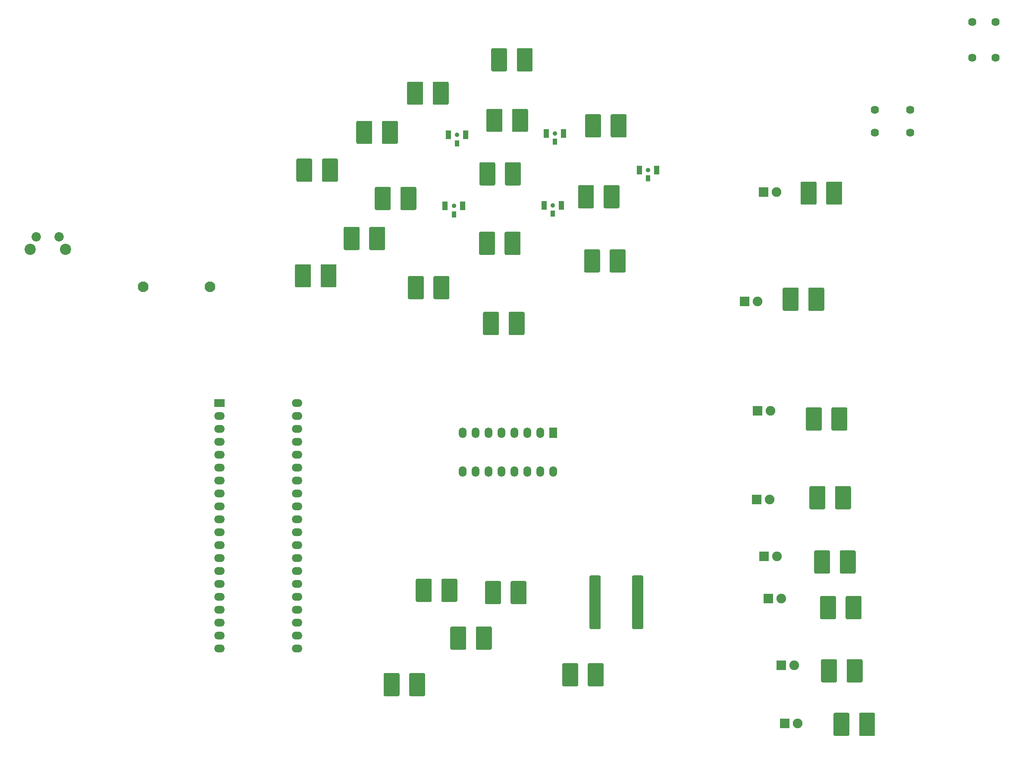
<source format=gbr>
%TF.GenerationSoftware,KiCad,Pcbnew,5.1.6-c6e7f7d~87~ubuntu18.04.1*%
%TF.CreationDate,2020-08-21T18:13:35-04:00*%
%TF.ProjectId,tutorial2,7475746f-7269-4616-9c32-2e6b69636164,rev?*%
%TF.SameCoordinates,Original*%
%TF.FileFunction,Soldermask,Top*%
%TF.FilePolarity,Negative*%
%FSLAX46Y46*%
G04 Gerber Fmt 4.6, Leading zero omitted, Abs format (unit mm)*
G04 Created by KiCad (PCBNEW 5.1.6-c6e7f7d~87~ubuntu18.04.1) date 2020-08-21 18:13:35*
%MOMM*%
%LPD*%
G01*
G04 APERTURE LIST*
%ADD10C,2.100000*%
%ADD11R,1.900000X1.900000*%
%ADD12C,1.900000*%
%ADD13R,1.000000X1.800000*%
%ADD14C,0.900000*%
%ADD15R,0.900000X1.200000*%
%ADD16C,1.624000*%
%ADD17R,1.540000X2.100000*%
%ADD18O,1.540000X2.100000*%
%ADD19R,2.100000X1.540000*%
%ADD20O,2.100000X1.540000*%
%ADD21C,2.200000*%
%ADD22C,1.850000*%
G04 APERTURE END LIST*
D10*
%TO.C,J1*%
X60415000Y-69425000D03*
X73535000Y-69425000D03*
%TD*%
D11*
%TO.C,D1*%
X182260000Y-50875000D03*
D12*
X184800000Y-50875000D03*
%TD*%
%TO.C,D2*%
X181065000Y-72350000D03*
D11*
X178525000Y-72350000D03*
%TD*%
D12*
%TO.C,D3*%
X183640000Y-93825000D03*
D11*
X181100000Y-93825000D03*
%TD*%
%TO.C,D4*%
X180910000Y-111300000D03*
D12*
X183450000Y-111300000D03*
%TD*%
%TO.C,D5*%
X184940000Y-122475000D03*
D11*
X182400000Y-122475000D03*
%TD*%
D12*
%TO.C,D6*%
X185765000Y-130800000D03*
D11*
X183225000Y-130800000D03*
%TD*%
%TO.C,D7*%
X185750000Y-143850000D03*
D12*
X188290000Y-143850000D03*
%TD*%
D11*
%TO.C,D8*%
X186450000Y-155275000D03*
D12*
X188990000Y-155275000D03*
%TD*%
D13*
%TO.C,Q1*%
X120400000Y-39605000D03*
X123800000Y-39605000D03*
D14*
X122100000Y-39605000D03*
D15*
X122100000Y-41245000D03*
%TD*%
%TO.C,Q2*%
X121450000Y-55220000D03*
D14*
X121450000Y-53580000D03*
D13*
X123150000Y-53580000D03*
X119750000Y-53580000D03*
%TD*%
%TO.C,Q3*%
X139600000Y-39330000D03*
X143000000Y-39330000D03*
D14*
X141300000Y-39330000D03*
D15*
X141300000Y-40970000D03*
%TD*%
%TO.C,Q4*%
X140900000Y-55095000D03*
D14*
X140900000Y-53455000D03*
D13*
X142600000Y-53455000D03*
X139200000Y-53455000D03*
%TD*%
%TO.C,Q5*%
X157875000Y-46530000D03*
X161275000Y-46530000D03*
D14*
X159575000Y-46530000D03*
D15*
X159575000Y-48170000D03*
%TD*%
%TO.C,R1*%
G36*
G01*
X90537500Y-48566735D02*
X90537500Y-44533265D01*
G75*
G02*
X90795765Y-44275000I258265J0D01*
G01*
X93404235Y-44275000D01*
G75*
G02*
X93662500Y-44533265I0J-258265D01*
G01*
X93662500Y-48566735D01*
G75*
G02*
X93404235Y-48825000I-258265J0D01*
G01*
X90795765Y-48825000D01*
G75*
G02*
X90537500Y-48566735I0J258265D01*
G01*
G37*
G36*
G01*
X95562500Y-48566735D02*
X95562500Y-44533265D01*
G75*
G02*
X95820765Y-44275000I258265J0D01*
G01*
X98429235Y-44275000D01*
G75*
G02*
X98687500Y-44533265I0J-258265D01*
G01*
X98687500Y-48566735D01*
G75*
G02*
X98429235Y-48825000I-258265J0D01*
G01*
X95820765Y-48825000D01*
G75*
G02*
X95562500Y-48566735I0J258265D01*
G01*
G37*
%TD*%
%TO.C,R2*%
G36*
G01*
X95287500Y-69316735D02*
X95287500Y-65283265D01*
G75*
G02*
X95545765Y-65025000I258265J0D01*
G01*
X98154235Y-65025000D01*
G75*
G02*
X98412500Y-65283265I0J-258265D01*
G01*
X98412500Y-69316735D01*
G75*
G02*
X98154235Y-69575000I-258265J0D01*
G01*
X95545765Y-69575000D01*
G75*
G02*
X95287500Y-69316735I0J258265D01*
G01*
G37*
G36*
G01*
X90262500Y-69316735D02*
X90262500Y-65283265D01*
G75*
G02*
X90520765Y-65025000I258265J0D01*
G01*
X93129235Y-65025000D01*
G75*
G02*
X93387500Y-65283265I0J-258265D01*
G01*
X93387500Y-69316735D01*
G75*
G02*
X93129235Y-69575000I-258265J0D01*
G01*
X90520765Y-69575000D01*
G75*
G02*
X90262500Y-69316735I0J258265D01*
G01*
G37*
%TD*%
%TO.C,R3*%
G36*
G01*
X107338000Y-41116735D02*
X107338000Y-37083265D01*
G75*
G02*
X107596265Y-36825000I258265J0D01*
G01*
X110204735Y-36825000D01*
G75*
G02*
X110463000Y-37083265I0J-258265D01*
G01*
X110463000Y-41116735D01*
G75*
G02*
X110204735Y-41375000I-258265J0D01*
G01*
X107596265Y-41375000D01*
G75*
G02*
X107338000Y-41116735I0J258265D01*
G01*
G37*
G36*
G01*
X102313000Y-41116735D02*
X102313000Y-37083265D01*
G75*
G02*
X102571265Y-36825000I258265J0D01*
G01*
X105179735Y-36825000D01*
G75*
G02*
X105438000Y-37083265I0J-258265D01*
G01*
X105438000Y-41116735D01*
G75*
G02*
X105179735Y-41375000I-258265J0D01*
G01*
X102571265Y-41375000D01*
G75*
G02*
X102313000Y-41116735I0J258265D01*
G01*
G37*
%TD*%
%TO.C,R4*%
G36*
G01*
X112287000Y-33416735D02*
X112287000Y-29383265D01*
G75*
G02*
X112545265Y-29125000I258265J0D01*
G01*
X115153735Y-29125000D01*
G75*
G02*
X115412000Y-29383265I0J-258265D01*
G01*
X115412000Y-33416735D01*
G75*
G02*
X115153735Y-33675000I-258265J0D01*
G01*
X112545265Y-33675000D01*
G75*
G02*
X112287000Y-33416735I0J258265D01*
G01*
G37*
G36*
G01*
X117312000Y-33416735D02*
X117312000Y-29383265D01*
G75*
G02*
X117570265Y-29125000I258265J0D01*
G01*
X120178735Y-29125000D01*
G75*
G02*
X120437000Y-29383265I0J-258265D01*
G01*
X120437000Y-33416735D01*
G75*
G02*
X120178735Y-33675000I-258265J0D01*
G01*
X117570265Y-33675000D01*
G75*
G02*
X117312000Y-33416735I0J258265D01*
G01*
G37*
%TD*%
%TO.C,R5*%
G36*
G01*
X99825000Y-61966735D02*
X99825000Y-57933265D01*
G75*
G02*
X100083265Y-57675000I258265J0D01*
G01*
X102691735Y-57675000D01*
G75*
G02*
X102950000Y-57933265I0J-258265D01*
G01*
X102950000Y-61966735D01*
G75*
G02*
X102691735Y-62225000I-258265J0D01*
G01*
X100083265Y-62225000D01*
G75*
G02*
X99825000Y-61966735I0J258265D01*
G01*
G37*
G36*
G01*
X104850000Y-61966735D02*
X104850000Y-57933265D01*
G75*
G02*
X105108265Y-57675000I258265J0D01*
G01*
X107716735Y-57675000D01*
G75*
G02*
X107975000Y-57933265I0J-258265D01*
G01*
X107975000Y-61966735D01*
G75*
G02*
X107716735Y-62225000I-258265J0D01*
G01*
X105108265Y-62225000D01*
G75*
G02*
X104850000Y-61966735I0J258265D01*
G01*
G37*
%TD*%
%TO.C,R6*%
G36*
G01*
X110962000Y-54116735D02*
X110962000Y-50083265D01*
G75*
G02*
X111220265Y-49825000I258265J0D01*
G01*
X113828735Y-49825000D01*
G75*
G02*
X114087000Y-50083265I0J-258265D01*
G01*
X114087000Y-54116735D01*
G75*
G02*
X113828735Y-54375000I-258265J0D01*
G01*
X111220265Y-54375000D01*
G75*
G02*
X110962000Y-54116735I0J258265D01*
G01*
G37*
G36*
G01*
X105937000Y-54116735D02*
X105937000Y-50083265D01*
G75*
G02*
X106195265Y-49825000I258265J0D01*
G01*
X108803735Y-49825000D01*
G75*
G02*
X109062000Y-50083265I0J-258265D01*
G01*
X109062000Y-54116735D01*
G75*
G02*
X108803735Y-54375000I-258265J0D01*
G01*
X106195265Y-54375000D01*
G75*
G02*
X105937000Y-54116735I0J258265D01*
G01*
G37*
%TD*%
%TO.C,R7*%
G36*
G01*
X127863000Y-38766735D02*
X127863000Y-34733265D01*
G75*
G02*
X128121265Y-34475000I258265J0D01*
G01*
X130729735Y-34475000D01*
G75*
G02*
X130988000Y-34733265I0J-258265D01*
G01*
X130988000Y-38766735D01*
G75*
G02*
X130729735Y-39025000I-258265J0D01*
G01*
X128121265Y-39025000D01*
G75*
G02*
X127863000Y-38766735I0J258265D01*
G01*
G37*
G36*
G01*
X132888000Y-38766735D02*
X132888000Y-34733265D01*
G75*
G02*
X133146265Y-34475000I258265J0D01*
G01*
X135754735Y-34475000D01*
G75*
G02*
X136013000Y-34733265I0J-258265D01*
G01*
X136013000Y-38766735D01*
G75*
G02*
X135754735Y-39025000I-258265J0D01*
G01*
X133146265Y-39025000D01*
G75*
G02*
X132888000Y-38766735I0J258265D01*
G01*
G37*
%TD*%
%TO.C,R8*%
G36*
G01*
X131488000Y-49266735D02*
X131488000Y-45233265D01*
G75*
G02*
X131746265Y-44975000I258265J0D01*
G01*
X134354735Y-44975000D01*
G75*
G02*
X134613000Y-45233265I0J-258265D01*
G01*
X134613000Y-49266735D01*
G75*
G02*
X134354735Y-49525000I-258265J0D01*
G01*
X131746265Y-49525000D01*
G75*
G02*
X131488000Y-49266735I0J258265D01*
G01*
G37*
G36*
G01*
X126463000Y-49266735D02*
X126463000Y-45233265D01*
G75*
G02*
X126721265Y-44975000I258265J0D01*
G01*
X129329735Y-44975000D01*
G75*
G02*
X129588000Y-45233265I0J-258265D01*
G01*
X129588000Y-49266735D01*
G75*
G02*
X129329735Y-49525000I-258265J0D01*
G01*
X126721265Y-49525000D01*
G75*
G02*
X126463000Y-49266735I0J258265D01*
G01*
G37*
%TD*%
%TO.C,R9*%
G36*
G01*
X133812000Y-26841735D02*
X133812000Y-22808265D01*
G75*
G02*
X134070265Y-22550000I258265J0D01*
G01*
X136678735Y-22550000D01*
G75*
G02*
X136937000Y-22808265I0J-258265D01*
G01*
X136937000Y-26841735D01*
G75*
G02*
X136678735Y-27100000I-258265J0D01*
G01*
X134070265Y-27100000D01*
G75*
G02*
X133812000Y-26841735I0J258265D01*
G01*
G37*
G36*
G01*
X128787000Y-26841735D02*
X128787000Y-22808265D01*
G75*
G02*
X129045265Y-22550000I258265J0D01*
G01*
X131653735Y-22550000D01*
G75*
G02*
X131912000Y-22808265I0J-258265D01*
G01*
X131912000Y-26841735D01*
G75*
G02*
X131653735Y-27100000I-258265J0D01*
G01*
X129045265Y-27100000D01*
G75*
G02*
X128787000Y-26841735I0J258265D01*
G01*
G37*
%TD*%
%TO.C,R10*%
G36*
G01*
X117462000Y-71641735D02*
X117462000Y-67608265D01*
G75*
G02*
X117720265Y-67350000I258265J0D01*
G01*
X120328735Y-67350000D01*
G75*
G02*
X120587000Y-67608265I0J-258265D01*
G01*
X120587000Y-71641735D01*
G75*
G02*
X120328735Y-71900000I-258265J0D01*
G01*
X117720265Y-71900000D01*
G75*
G02*
X117462000Y-71641735I0J258265D01*
G01*
G37*
G36*
G01*
X112437000Y-71641735D02*
X112437000Y-67608265D01*
G75*
G02*
X112695265Y-67350000I258265J0D01*
G01*
X115303735Y-67350000D01*
G75*
G02*
X115562000Y-67608265I0J-258265D01*
G01*
X115562000Y-71641735D01*
G75*
G02*
X115303735Y-71900000I-258265J0D01*
G01*
X112695265Y-71900000D01*
G75*
G02*
X112437000Y-71641735I0J258265D01*
G01*
G37*
%TD*%
%TO.C,R11*%
G36*
G01*
X127187000Y-78691735D02*
X127187000Y-74658265D01*
G75*
G02*
X127445265Y-74400000I258265J0D01*
G01*
X130053735Y-74400000D01*
G75*
G02*
X130312000Y-74658265I0J-258265D01*
G01*
X130312000Y-78691735D01*
G75*
G02*
X130053735Y-78950000I-258265J0D01*
G01*
X127445265Y-78950000D01*
G75*
G02*
X127187000Y-78691735I0J258265D01*
G01*
G37*
G36*
G01*
X132212000Y-78691735D02*
X132212000Y-74658265D01*
G75*
G02*
X132470265Y-74400000I258265J0D01*
G01*
X135078735Y-74400000D01*
G75*
G02*
X135337000Y-74658265I0J-258265D01*
G01*
X135337000Y-78691735D01*
G75*
G02*
X135078735Y-78950000I-258265J0D01*
G01*
X132470265Y-78950000D01*
G75*
G02*
X132212000Y-78691735I0J258265D01*
G01*
G37*
%TD*%
%TO.C,R12*%
G36*
G01*
X126413000Y-62941735D02*
X126413000Y-58908265D01*
G75*
G02*
X126671265Y-58650000I258265J0D01*
G01*
X129279735Y-58650000D01*
G75*
G02*
X129538000Y-58908265I0J-258265D01*
G01*
X129538000Y-62941735D01*
G75*
G02*
X129279735Y-63200000I-258265J0D01*
G01*
X126671265Y-63200000D01*
G75*
G02*
X126413000Y-62941735I0J258265D01*
G01*
G37*
G36*
G01*
X131438000Y-62941735D02*
X131438000Y-58908265D01*
G75*
G02*
X131696265Y-58650000I258265J0D01*
G01*
X134304735Y-58650000D01*
G75*
G02*
X134563000Y-58908265I0J-258265D01*
G01*
X134563000Y-62941735D01*
G75*
G02*
X134304735Y-63200000I-258265J0D01*
G01*
X131696265Y-63200000D01*
G75*
G02*
X131438000Y-62941735I0J258265D01*
G01*
G37*
%TD*%
%TO.C,R13*%
G36*
G01*
X194588000Y-53066735D02*
X194588000Y-49033265D01*
G75*
G02*
X194846265Y-48775000I258265J0D01*
G01*
X197454735Y-48775000D01*
G75*
G02*
X197713000Y-49033265I0J-258265D01*
G01*
X197713000Y-53066735D01*
G75*
G02*
X197454735Y-53325000I-258265J0D01*
G01*
X194846265Y-53325000D01*
G75*
G02*
X194588000Y-53066735I0J258265D01*
G01*
G37*
G36*
G01*
X189563000Y-53066735D02*
X189563000Y-49033265D01*
G75*
G02*
X189821265Y-48775000I258265J0D01*
G01*
X192429735Y-48775000D01*
G75*
G02*
X192688000Y-49033265I0J-258265D01*
G01*
X192688000Y-53066735D01*
G75*
G02*
X192429735Y-53325000I-258265J0D01*
G01*
X189821265Y-53325000D01*
G75*
G02*
X189563000Y-53066735I0J258265D01*
G01*
G37*
%TD*%
%TO.C,R14*%
G36*
G01*
X186037000Y-73916735D02*
X186037000Y-69883265D01*
G75*
G02*
X186295265Y-69625000I258265J0D01*
G01*
X188903735Y-69625000D01*
G75*
G02*
X189162000Y-69883265I0J-258265D01*
G01*
X189162000Y-73916735D01*
G75*
G02*
X188903735Y-74175000I-258265J0D01*
G01*
X186295265Y-74175000D01*
G75*
G02*
X186037000Y-73916735I0J258265D01*
G01*
G37*
G36*
G01*
X191062000Y-73916735D02*
X191062000Y-69883265D01*
G75*
G02*
X191320265Y-69625000I258265J0D01*
G01*
X193928735Y-69625000D01*
G75*
G02*
X194187000Y-69883265I0J-258265D01*
G01*
X194187000Y-73916735D01*
G75*
G02*
X193928735Y-74175000I-258265J0D01*
G01*
X191320265Y-74175000D01*
G75*
G02*
X191062000Y-73916735I0J258265D01*
G01*
G37*
%TD*%
%TO.C,R15*%
G36*
G01*
X195612000Y-97466735D02*
X195612000Y-93433265D01*
G75*
G02*
X195870265Y-93175000I258265J0D01*
G01*
X198478735Y-93175000D01*
G75*
G02*
X198737000Y-93433265I0J-258265D01*
G01*
X198737000Y-97466735D01*
G75*
G02*
X198478735Y-97725000I-258265J0D01*
G01*
X195870265Y-97725000D01*
G75*
G02*
X195612000Y-97466735I0J258265D01*
G01*
G37*
G36*
G01*
X190587000Y-97466735D02*
X190587000Y-93433265D01*
G75*
G02*
X190845265Y-93175000I258265J0D01*
G01*
X193453735Y-93175000D01*
G75*
G02*
X193712000Y-93433265I0J-258265D01*
G01*
X193712000Y-97466735D01*
G75*
G02*
X193453735Y-97725000I-258265J0D01*
G01*
X190845265Y-97725000D01*
G75*
G02*
X190587000Y-97466735I0J258265D01*
G01*
G37*
%TD*%
%TO.C,R16*%
G36*
G01*
X191287000Y-112941735D02*
X191287000Y-108908265D01*
G75*
G02*
X191545265Y-108650000I258265J0D01*
G01*
X194153735Y-108650000D01*
G75*
G02*
X194412000Y-108908265I0J-258265D01*
G01*
X194412000Y-112941735D01*
G75*
G02*
X194153735Y-113200000I-258265J0D01*
G01*
X191545265Y-113200000D01*
G75*
G02*
X191287000Y-112941735I0J258265D01*
G01*
G37*
G36*
G01*
X196312000Y-112941735D02*
X196312000Y-108908265D01*
G75*
G02*
X196570265Y-108650000I258265J0D01*
G01*
X199178735Y-108650000D01*
G75*
G02*
X199437000Y-108908265I0J-258265D01*
G01*
X199437000Y-112941735D01*
G75*
G02*
X199178735Y-113200000I-258265J0D01*
G01*
X196570265Y-113200000D01*
G75*
G02*
X196312000Y-112941735I0J258265D01*
G01*
G37*
%TD*%
%TO.C,R17*%
G36*
G01*
X197238000Y-125591735D02*
X197238000Y-121558265D01*
G75*
G02*
X197496265Y-121300000I258265J0D01*
G01*
X200104735Y-121300000D01*
G75*
G02*
X200363000Y-121558265I0J-258265D01*
G01*
X200363000Y-125591735D01*
G75*
G02*
X200104735Y-125850000I-258265J0D01*
G01*
X197496265Y-125850000D01*
G75*
G02*
X197238000Y-125591735I0J258265D01*
G01*
G37*
G36*
G01*
X192213000Y-125591735D02*
X192213000Y-121558265D01*
G75*
G02*
X192471265Y-121300000I258265J0D01*
G01*
X195079735Y-121300000D01*
G75*
G02*
X195338000Y-121558265I0J-258265D01*
G01*
X195338000Y-125591735D01*
G75*
G02*
X195079735Y-125850000I-258265J0D01*
G01*
X192471265Y-125850000D01*
G75*
G02*
X192213000Y-125591735I0J258265D01*
G01*
G37*
%TD*%
%TO.C,R18*%
G36*
G01*
X193375000Y-134566735D02*
X193375000Y-130533265D01*
G75*
G02*
X193633265Y-130275000I258265J0D01*
G01*
X196241735Y-130275000D01*
G75*
G02*
X196500000Y-130533265I0J-258265D01*
G01*
X196500000Y-134566735D01*
G75*
G02*
X196241735Y-134825000I-258265J0D01*
G01*
X193633265Y-134825000D01*
G75*
G02*
X193375000Y-134566735I0J258265D01*
G01*
G37*
G36*
G01*
X198400000Y-134566735D02*
X198400000Y-130533265D01*
G75*
G02*
X198658265Y-130275000I258265J0D01*
G01*
X201266735Y-130275000D01*
G75*
G02*
X201525000Y-130533265I0J-258265D01*
G01*
X201525000Y-134566735D01*
G75*
G02*
X201266735Y-134825000I-258265J0D01*
G01*
X198658265Y-134825000D01*
G75*
G02*
X198400000Y-134566735I0J258265D01*
G01*
G37*
%TD*%
%TO.C,R19*%
G36*
G01*
X198588000Y-146991735D02*
X198588000Y-142958265D01*
G75*
G02*
X198846265Y-142700000I258265J0D01*
G01*
X201454735Y-142700000D01*
G75*
G02*
X201713000Y-142958265I0J-258265D01*
G01*
X201713000Y-146991735D01*
G75*
G02*
X201454735Y-147250000I-258265J0D01*
G01*
X198846265Y-147250000D01*
G75*
G02*
X198588000Y-146991735I0J258265D01*
G01*
G37*
G36*
G01*
X193563000Y-146991735D02*
X193563000Y-142958265D01*
G75*
G02*
X193821265Y-142700000I258265J0D01*
G01*
X196429735Y-142700000D01*
G75*
G02*
X196688000Y-142958265I0J-258265D01*
G01*
X196688000Y-146991735D01*
G75*
G02*
X196429735Y-147250000I-258265J0D01*
G01*
X193821265Y-147250000D01*
G75*
G02*
X193563000Y-146991735I0J258265D01*
G01*
G37*
%TD*%
%TO.C,R20*%
G36*
G01*
X196013000Y-157516735D02*
X196013000Y-153483265D01*
G75*
G02*
X196271265Y-153225000I258265J0D01*
G01*
X198879735Y-153225000D01*
G75*
G02*
X199138000Y-153483265I0J-258265D01*
G01*
X199138000Y-157516735D01*
G75*
G02*
X198879735Y-157775000I-258265J0D01*
G01*
X196271265Y-157775000D01*
G75*
G02*
X196013000Y-157516735I0J258265D01*
G01*
G37*
G36*
G01*
X201038000Y-157516735D02*
X201038000Y-153483265D01*
G75*
G02*
X201296265Y-153225000I258265J0D01*
G01*
X203904735Y-153225000D01*
G75*
G02*
X204163000Y-153483265I0J-258265D01*
G01*
X204163000Y-157516735D01*
G75*
G02*
X203904735Y-157775000I-258265J0D01*
G01*
X201296265Y-157775000D01*
G75*
G02*
X201038000Y-157516735I0J258265D01*
G01*
G37*
%TD*%
%TO.C,R21*%
G36*
G01*
X145837000Y-53766735D02*
X145837000Y-49733265D01*
G75*
G02*
X146095265Y-49475000I258265J0D01*
G01*
X148703735Y-49475000D01*
G75*
G02*
X148962000Y-49733265I0J-258265D01*
G01*
X148962000Y-53766735D01*
G75*
G02*
X148703735Y-54025000I-258265J0D01*
G01*
X146095265Y-54025000D01*
G75*
G02*
X145837000Y-53766735I0J258265D01*
G01*
G37*
G36*
G01*
X150862000Y-53766735D02*
X150862000Y-49733265D01*
G75*
G02*
X151120265Y-49475000I258265J0D01*
G01*
X153728735Y-49475000D01*
G75*
G02*
X153987000Y-49733265I0J-258265D01*
G01*
X153987000Y-53766735D01*
G75*
G02*
X153728735Y-54025000I-258265J0D01*
G01*
X151120265Y-54025000D01*
G75*
G02*
X150862000Y-53766735I0J258265D01*
G01*
G37*
%TD*%
%TO.C,R22*%
G36*
G01*
X155187000Y-62358265D02*
X155187000Y-66391735D01*
G75*
G02*
X154928735Y-66650000I-258265J0D01*
G01*
X152320265Y-66650000D01*
G75*
G02*
X152062000Y-66391735I0J258265D01*
G01*
X152062000Y-62358265D01*
G75*
G02*
X152320265Y-62100000I258265J0D01*
G01*
X154928735Y-62100000D01*
G75*
G02*
X155187000Y-62358265I0J-258265D01*
G01*
G37*
G36*
G01*
X150162000Y-62358265D02*
X150162000Y-66391735D01*
G75*
G02*
X149903735Y-66650000I-258265J0D01*
G01*
X147295265Y-66650000D01*
G75*
G02*
X147037000Y-66391735I0J258265D01*
G01*
X147037000Y-62358265D01*
G75*
G02*
X147295265Y-62100000I258265J0D01*
G01*
X149903735Y-62100000D01*
G75*
G02*
X150162000Y-62358265I0J-258265D01*
G01*
G37*
%TD*%
%TO.C,R23*%
G36*
G01*
X152262000Y-39841735D02*
X152262000Y-35808265D01*
G75*
G02*
X152520265Y-35550000I258265J0D01*
G01*
X155128735Y-35550000D01*
G75*
G02*
X155387000Y-35808265I0J-258265D01*
G01*
X155387000Y-39841735D01*
G75*
G02*
X155128735Y-40100000I-258265J0D01*
G01*
X152520265Y-40100000D01*
G75*
G02*
X152262000Y-39841735I0J258265D01*
G01*
G37*
G36*
G01*
X147237000Y-39841735D02*
X147237000Y-35808265D01*
G75*
G02*
X147495265Y-35550000I258265J0D01*
G01*
X150103735Y-35550000D01*
G75*
G02*
X150362000Y-35808265I0J-258265D01*
G01*
X150362000Y-39841735D01*
G75*
G02*
X150103735Y-40100000I-258265J0D01*
G01*
X147495265Y-40100000D01*
G75*
G02*
X147237000Y-39841735I0J258265D01*
G01*
G37*
%TD*%
%TO.C,R24*%
G36*
G01*
X107663000Y-149691735D02*
X107663000Y-145658265D01*
G75*
G02*
X107921265Y-145400000I258265J0D01*
G01*
X110529735Y-145400000D01*
G75*
G02*
X110788000Y-145658265I0J-258265D01*
G01*
X110788000Y-149691735D01*
G75*
G02*
X110529735Y-149950000I-258265J0D01*
G01*
X107921265Y-149950000D01*
G75*
G02*
X107663000Y-149691735I0J258265D01*
G01*
G37*
G36*
G01*
X112688000Y-149691735D02*
X112688000Y-145658265D01*
G75*
G02*
X112946265Y-145400000I258265J0D01*
G01*
X115554735Y-145400000D01*
G75*
G02*
X115813000Y-145658265I0J-258265D01*
G01*
X115813000Y-149691735D01*
G75*
G02*
X115554735Y-149950000I-258265J0D01*
G01*
X112946265Y-149950000D01*
G75*
G02*
X112688000Y-149691735I0J258265D01*
G01*
G37*
%TD*%
%TO.C,R25*%
G36*
G01*
X145862000Y-143733265D02*
X145862000Y-147766735D01*
G75*
G02*
X145603735Y-148025000I-258265J0D01*
G01*
X142995265Y-148025000D01*
G75*
G02*
X142737000Y-147766735I0J258265D01*
G01*
X142737000Y-143733265D01*
G75*
G02*
X142995265Y-143475000I258265J0D01*
G01*
X145603735Y-143475000D01*
G75*
G02*
X145862000Y-143733265I0J-258265D01*
G01*
G37*
G36*
G01*
X150887000Y-143733265D02*
X150887000Y-147766735D01*
G75*
G02*
X150628735Y-148025000I-258265J0D01*
G01*
X148020265Y-148025000D01*
G75*
G02*
X147762000Y-147766735I0J258265D01*
G01*
X147762000Y-143733265D01*
G75*
G02*
X148020265Y-143475000I258265J0D01*
G01*
X150628735Y-143475000D01*
G75*
G02*
X150887000Y-143733265I0J-258265D01*
G01*
G37*
%TD*%
%TO.C,R26*%
G36*
G01*
X132612000Y-131616735D02*
X132612000Y-127583265D01*
G75*
G02*
X132870265Y-127325000I258265J0D01*
G01*
X135478735Y-127325000D01*
G75*
G02*
X135737000Y-127583265I0J-258265D01*
G01*
X135737000Y-131616735D01*
G75*
G02*
X135478735Y-131875000I-258265J0D01*
G01*
X132870265Y-131875000D01*
G75*
G02*
X132612000Y-131616735I0J258265D01*
G01*
G37*
G36*
G01*
X127587000Y-131616735D02*
X127587000Y-127583265D01*
G75*
G02*
X127845265Y-127325000I258265J0D01*
G01*
X130453735Y-127325000D01*
G75*
G02*
X130712000Y-127583265I0J-258265D01*
G01*
X130712000Y-131616735D01*
G75*
G02*
X130453735Y-131875000I-258265J0D01*
G01*
X127845265Y-131875000D01*
G75*
G02*
X127587000Y-131616735I0J258265D01*
G01*
G37*
%TD*%
%TO.C,R27*%
G36*
G01*
X113987000Y-131166735D02*
X113987000Y-127133265D01*
G75*
G02*
X114245265Y-126875000I258265J0D01*
G01*
X116853735Y-126875000D01*
G75*
G02*
X117112000Y-127133265I0J-258265D01*
G01*
X117112000Y-131166735D01*
G75*
G02*
X116853735Y-131425000I-258265J0D01*
G01*
X114245265Y-131425000D01*
G75*
G02*
X113987000Y-131166735I0J258265D01*
G01*
G37*
G36*
G01*
X119012000Y-131166735D02*
X119012000Y-127133265D01*
G75*
G02*
X119270265Y-126875000I258265J0D01*
G01*
X121878735Y-126875000D01*
G75*
G02*
X122137000Y-127133265I0J-258265D01*
G01*
X122137000Y-131166735D01*
G75*
G02*
X121878735Y-131425000I-258265J0D01*
G01*
X119270265Y-131425000D01*
G75*
G02*
X119012000Y-131166735I0J258265D01*
G01*
G37*
%TD*%
%TO.C,R28*%
G36*
G01*
X123888000Y-136533265D02*
X123888000Y-140566735D01*
G75*
G02*
X123629735Y-140825000I-258265J0D01*
G01*
X121021265Y-140825000D01*
G75*
G02*
X120763000Y-140566735I0J258265D01*
G01*
X120763000Y-136533265D01*
G75*
G02*
X121021265Y-136275000I258265J0D01*
G01*
X123629735Y-136275000D01*
G75*
G02*
X123888000Y-136533265I0J-258265D01*
G01*
G37*
G36*
G01*
X128913000Y-136533265D02*
X128913000Y-140566735D01*
G75*
G02*
X128654735Y-140825000I-258265J0D01*
G01*
X126046265Y-140825000D01*
G75*
G02*
X125788000Y-140566735I0J258265D01*
G01*
X125788000Y-136533265D01*
G75*
G02*
X126046265Y-136275000I258265J0D01*
G01*
X128654735Y-136275000D01*
G75*
G02*
X128913000Y-136533265I0J-258265D01*
G01*
G37*
%TD*%
D16*
%TO.C,SW1*%
X204100000Y-34650000D03*
X211100000Y-34650000D03*
X211100000Y-39150000D03*
X204100000Y-39150000D03*
%TD*%
%TO.C,SW2*%
X227800000Y-24425000D03*
X227800000Y-17425000D03*
X223300000Y-17425000D03*
X223300000Y-24425000D03*
%TD*%
D17*
%TO.C,U1*%
X140925000Y-98150000D03*
D18*
X140925000Y-105770000D03*
X138385000Y-98150000D03*
X138385000Y-105770000D03*
X135845000Y-98150000D03*
X135845000Y-105770000D03*
X133305000Y-98150000D03*
X133305000Y-105770000D03*
X130765000Y-98150000D03*
X130765000Y-105770000D03*
X128225000Y-98150000D03*
X128225000Y-105770000D03*
X125685000Y-98150000D03*
X125685000Y-105770000D03*
X123145000Y-98150000D03*
X123145000Y-105770000D03*
%TD*%
D19*
%TO.C,U2*%
X75400000Y-92300000D03*
D20*
X90640000Y-140560000D03*
X75400000Y-94840000D03*
X90640000Y-138020000D03*
X75400000Y-97380000D03*
X90640000Y-135480000D03*
X75400000Y-99920000D03*
X90640000Y-132940000D03*
X75400000Y-102460000D03*
X90640000Y-130400000D03*
X75400000Y-105000000D03*
X90640000Y-127860000D03*
X75400000Y-107540000D03*
X90640000Y-125320000D03*
X75400000Y-110080000D03*
X90640000Y-122780000D03*
X75400000Y-112620000D03*
X90640000Y-120240000D03*
X75400000Y-115160000D03*
X90640000Y-117700000D03*
X75400000Y-117700000D03*
X90640000Y-115160000D03*
X75400000Y-120240000D03*
X90640000Y-112620000D03*
X75400000Y-122780000D03*
X90640000Y-110080000D03*
X75400000Y-125320000D03*
X90640000Y-107540000D03*
X75400000Y-127860000D03*
X90640000Y-105000000D03*
X75400000Y-130400000D03*
X90640000Y-102460000D03*
X75400000Y-132940000D03*
X90640000Y-99920000D03*
X75400000Y-135480000D03*
X90640000Y-97380000D03*
X75400000Y-138020000D03*
X90640000Y-94840000D03*
X75400000Y-140560000D03*
X90640000Y-92300000D03*
%TD*%
%TO.C,C1*%
G36*
G01*
X158650000Y-126486905D02*
X158650000Y-136513095D01*
G75*
G02*
X158388095Y-136775000I-261905J0D01*
G01*
X156711905Y-136775000D01*
G75*
G02*
X156450000Y-136513095I0J261905D01*
G01*
X156450000Y-126486905D01*
G75*
G02*
X156711905Y-126225000I261905J0D01*
G01*
X158388095Y-126225000D01*
G75*
G02*
X158650000Y-126486905I0J-261905D01*
G01*
G37*
G36*
G01*
X150300000Y-126486905D02*
X150300000Y-136513095D01*
G75*
G02*
X150038095Y-136775000I-261905J0D01*
G01*
X148361905Y-136775000D01*
G75*
G02*
X148100000Y-136513095I0J261905D01*
G01*
X148100000Y-126486905D01*
G75*
G02*
X148361905Y-126225000I261905J0D01*
G01*
X150038095Y-126225000D01*
G75*
G02*
X150300000Y-126486905I0J-261905D01*
G01*
G37*
%TD*%
D21*
%TO.C,SW3*%
X45235000Y-62140000D03*
D22*
X43975000Y-59650000D03*
X39475000Y-59650000D03*
D21*
X38225000Y-62140000D03*
%TD*%
M02*

</source>
